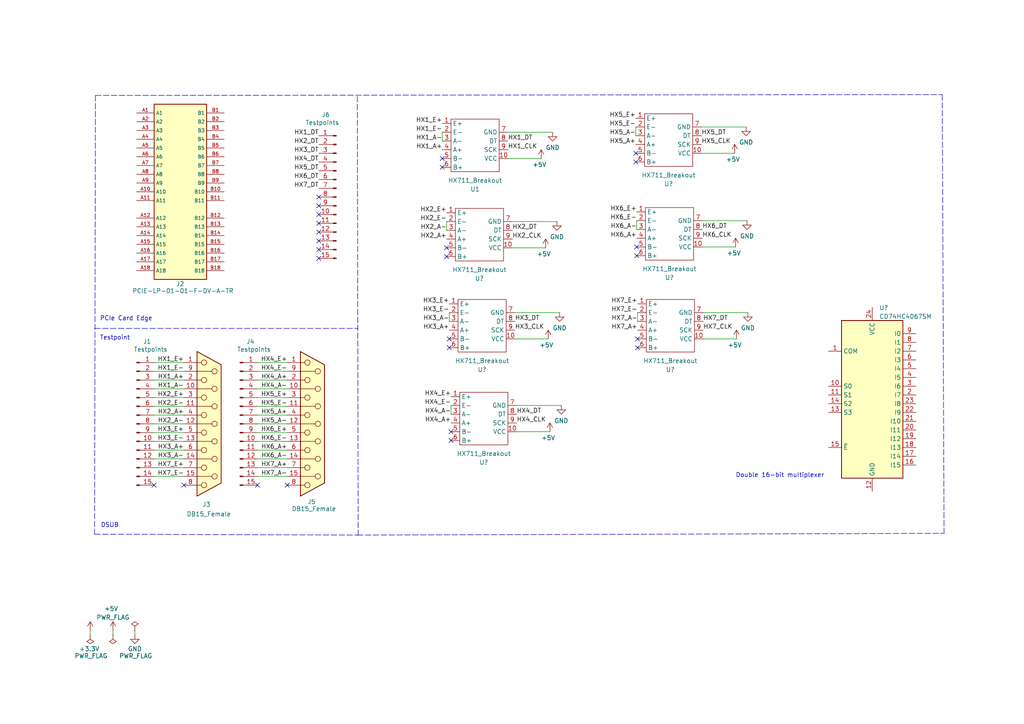
<source format=kicad_sch>
(kicad_sch (version 20211123) (generator eeschema)
  (paper "A4")
  (lib_symbols
    (symbol "74xx:CD74HC4067SM"
      (property "Reference" "U" (at -8.89 22.86 0))
      (property "Value" "CD74HC4067SM" (at 1.27 22.86 0))
      (symbol "CD74HC4067SM_0_1"
        (rectangle (start -8.89 21.59) (end 8.89 -24.13) (stroke (width 0.254)) (fill (type background)))
      )
      (symbol "CD74HC4067SM_1_1"
        (pin passive line (at -12.7 12.7 0) (length 3.81) (name "COM") (number "1"))
        (pin input line (at -12.7 2.54 0) (length 3.81) (name "S0") (number "10"))
        (pin input line (at -12.7 0 0) (length 3.81) (name "S1") (number "11"))
        (pin power_in line (at 0 -27.94 90) (length 3.81) (name "GND") (number "12"))
        (pin input line (at -12.7 -5.08 0) (length 3.81) (name "S3") (number "13"))
        (pin input line (at -12.7 -2.54 0) (length 3.81) (name "S2") (number "14"))
        (pin input line (at -12.7 -15.24 0) (length 3.81) (name "~{E}") (number "15"))
        (pin passive line (at 12.7 -20.32 180) (length 3.81) (name "I15") (number "16"))
        (pin passive line (at 12.7 -17.78 180) (length 3.81) (name "I14") (number "17"))
        (pin passive line (at 12.7 -15.24 180) (length 3.81) (name "I13") (number "18"))
        (pin passive line (at 12.7 -12.7 180) (length 3.81) (name "I12") (number "19"))
        (pin passive line (at 12.7 0 180) (length 3.81) (name "I7") (number "2"))
        (pin passive line (at 12.7 -10.16 180) (length 3.81) (name "I11") (number "20"))
        (pin passive line (at 12.7 -7.62 180) (length 3.81) (name "I10") (number "21"))
        (pin passive line (at 12.7 -5.08 180) (length 3.81) (name "I9") (number "22"))
        (pin passive line (at 12.7 -2.54 180) (length 3.81) (name "I8") (number "23"))
        (pin power_in line (at 0 25.4 270) (length 3.81) (name "VCC") (number "24"))
        (pin passive line (at 12.7 2.54 180) (length 3.81) (name "I6") (number "3"))
        (pin passive line (at 12.7 5.08 180) (length 3.81) (name "I5") (number "4"))
        (pin passive line (at 12.7 7.62 180) (length 3.81) (name "I4") (number "5"))
        (pin passive line (at 12.7 10.16 180) (length 3.81) (name "I3") (number "6"))
        (pin passive line (at 12.7 12.7 180) (length 3.81) (name "I2") (number "7"))
        (pin passive line (at 12.7 15.24 180) (length 3.81) (name "I1") (number "8"))
        (pin passive line (at 12.7 17.78 180) (length 3.81) (name "I0") (number "9"))
      )
    )
    (symbol "Connector:Conn_01x15_Male" (pin_names (offset 1.016) hide)
      (property "Reference" "J" (at 0 20.32 0))
      (property "Value" "Conn_01x15_Male" (at 0 -20.32 0))
      (symbol "Conn_01x15_Male_1_1"
        (polyline (pts (xy 1.27 -17.78) (xy 0.8636 -17.78)) (stroke (width 0.1524)))
        (polyline (pts (xy 1.27 -15.24) (xy 0.8636 -15.24)) (stroke (width 0.1524)))
        (polyline (pts (xy 1.27 -12.7) (xy 0.8636 -12.7)) (stroke (width 0.1524)))
        (polyline (pts (xy 1.27 -10.16) (xy 0.8636 -10.16)) (stroke (width 0.1524)))
        (polyline (pts (xy 1.27 -7.62) (xy 0.8636 -7.62)) (stroke (width 0.1524)))
        (polyline (pts (xy 1.27 -5.08) (xy 0.8636 -5.08)) (stroke (width 0.1524)))
        (polyline (pts (xy 1.27 -2.54) (xy 0.8636 -2.54)) (stroke (width 0.1524)))
        (polyline (pts (xy 1.27 0) (xy 0.8636 0)) (stroke (width 0.1524)))
        (polyline (pts (xy 1.27 2.54) (xy 0.8636 2.54)) (stroke (width 0.1524)))
        (polyline (pts (xy 1.27 5.08) (xy 0.8636 5.08)) (stroke (width 0.1524)))
        (polyline (pts (xy 1.27 7.62) (xy 0.8636 7.62)) (stroke (width 0.1524)))
        (polyline (pts (xy 1.27 10.16) (xy 0.8636 10.16)) (stroke (width 0.1524)))
        (polyline (pts (xy 1.27 12.7) (xy 0.8636 12.7)) (stroke (width 0.1524)))
        (polyline (pts (xy 1.27 15.24) (xy 0.8636 15.24)) (stroke (width 0.1524)))
        (polyline (pts (xy 1.27 17.78) (xy 0.8636 17.78)) (stroke (width 0.1524)))
        (rectangle (start 0.8636 -17.653) (end 0 -17.907) (stroke (width 0.1524)) (fill (type outline)))
        (rectangle (start 0.8636 -15.113) (end 0 -15.367) (stroke (width 0.1524)) (fill (type outline)))
        (rectangle (start 0.8636 -12.573) (end 0 -12.827) (stroke (width 0.1524)) (fill (type outline)))
        (rectangle (start 0.8636 -10.033) (end 0 -10.287) (stroke (width 0.1524)) (fill (type outline)))
        (rectangle (start 0.8636 -7.493) (end 0 -7.747) (stroke (width 0.1524)) (fill (type outline)))
        (rectangle (start 0.8636 -4.953) (end 0 -5.207) (stroke (width 0.1524)) (fill (type outline)))
        (rectangle (start 0.8636 -2.413) (end 0 -2.667) (stroke (width 0.1524)) (fill (type outline)))
        (rectangle (start 0.8636 0.127) (end 0 -0.127) (stroke (width 0.1524)) (fill (type outline)))
        (rectangle (start 0.8636 2.667) (end 0 2.413) (stroke (width 0.1524)) (fill (type outline)))
        (rectangle (start 0.8636 5.207) (end 0 4.953) (stroke (width 0.1524)) (fill (type outline)))
        (rectangle (start 0.8636 7.747) (end 0 7.493) (stroke (width 0.1524)) (fill (type outline)))
        (rectangle (start 0.8636 10.287) (end 0 10.033) (stroke (width 0.1524)) (fill (type outline)))
        (rectangle (start 0.8636 12.827) (end 0 12.573) (stroke (width 0.1524)) (fill (type outline)))
        (rectangle (start 0.8636 15.367) (end 0 15.113) (stroke (width 0.1524)) (fill (type outline)))
        (rectangle (start 0.8636 17.907) (end 0 17.653) (stroke (width 0.1524)) (fill (type outline)))
        (pin passive line (at 5.08 17.78 180) (length 3.81) (name "Pin_1") (number "1"))
        (pin passive line (at 5.08 -5.08 180) (length 3.81) (name "Pin_10") (number "10"))
        (pin passive line (at 5.08 -7.62 180) (length 3.81) (name "Pin_11") (number "11"))
        (pin passive line (at 5.08 -10.16 180) (length 3.81) (name "Pin_12") (number "12"))
        (pin passive line (at 5.08 -12.7 180) (length 3.81) (name "Pin_13") (number "13"))
        (pin passive line (at 5.08 -15.24 180) (length 3.81) (name "Pin_14") (number "14"))
        (pin passive line (at 5.08 -17.78 180) (length 3.81) (name "Pin_15") (number "15"))
        (pin passive line (at 5.08 15.24 180) (length 3.81) (name "Pin_2") (number "2"))
        (pin passive line (at 5.08 12.7 180) (length 3.81) (name "Pin_3") (number "3"))
        (pin passive line (at 5.08 10.16 180) (length 3.81) (name "Pin_4") (number "4"))
        (pin passive line (at 5.08 7.62 180) (length 3.81) (name "Pin_5") (number "5"))
        (pin passive line (at 5.08 5.08 180) (length 3.81) (name "Pin_6") (number "6"))
        (pin passive line (at 5.08 2.54 180) (length 3.81) (name "Pin_7") (number "7"))
        (pin passive line (at 5.08 0 180) (length 3.81) (name "Pin_8") (number "8"))
        (pin passive line (at 5.08 -2.54 180) (length 3.81) (name "Pin_9") (number "9"))
      )
    )
    (symbol "Connector:DB15_Female" (pin_names (offset 1.016) hide)
      (property "Reference" "J" (at 0.508 21.59 0))
      (property "Value" "DB15_Female" (at 0 -22.225 0))
      (symbol "DB15_Female_0_1"
        (circle (center -1.778 -17.78) (radius 0.762))
        (circle (center -1.778 -12.7) (radius 0.762))
        (circle (center -1.778 -7.62) (radius 0.762))
        (circle (center -1.778 -2.54) (radius 0.762))
        (circle (center -1.778 2.54) (radius 0.762))
        (circle (center -1.778 7.62) (radius 0.762))
        (circle (center -1.778 12.7) (radius 0.762))
        (circle (center -1.778 17.78) (radius 0.762))
        (polyline (pts (xy -3.81 -17.78) (xy -2.54 -17.78)))
        (polyline (pts (xy -3.81 -15.24) (xy 0.508 -15.24)))
        (polyline (pts (xy -3.81 -12.7) (xy -2.54 -12.7)))
        (polyline (pts (xy -3.81 -10.16) (xy 0.508 -10.16)))
        (polyline (pts (xy -3.81 -7.62) (xy -2.54 -7.62)))
        (polyline (pts (xy -3.81 -5.08) (xy 0.508 -5.08)))
        (polyline (pts (xy -3.81 -2.54) (xy -2.54 -2.54)))
        (polyline (pts (xy -3.81 0) (xy 0.508 0)))
        (polyline (pts (xy -3.81 2.54) (xy -2.54 2.54)))
        (polyline (pts (xy -3.81 5.08) (xy 0.508 5.08)))
        (polyline (pts (xy -3.81 7.62) (xy -2.54 7.62)))
        (polyline (pts (xy -3.81 10.16) (xy 0.508 10.16)))
        (polyline (pts (xy -3.81 12.7) (xy -2.54 12.7)))
        (polyline (pts (xy -3.81 15.24) (xy 0.508 15.24)))
        (polyline (pts (xy -3.81 17.78) (xy -2.54 17.78)))
        (polyline (pts (xy -3.81 20.955) (xy 3.175 17.145) (xy 3.175 -17.145) (xy -3.81 -20.955) (xy -3.81 20.955)) (stroke (width 0.254)) (fill (type background)))
        (circle (center 1.27 -15.24) (radius 0.762))
        (circle (center 1.27 -10.16) (radius 0.762))
        (circle (center 1.27 -5.08) (radius 0.762))
        (circle (center 1.27 0) (radius 0.762))
        (circle (center 1.27 5.08) (radius 0.762))
        (circle (center 1.27 10.16) (radius 0.762))
        (circle (center 1.27 15.24) (radius 0.762))
      )
      (symbol "DB15_Female_1_1"
        (pin passive line (at -7.62 17.78 0) (length 3.81) (name "1") (number "1"))
        (pin passive line (at -7.62 10.16 0) (length 3.81) (name "P10") (number "10"))
        (pin passive line (at -7.62 5.08 0) (length 3.81) (name "P111") (number "11"))
        (pin passive line (at -7.62 0 0) (length 3.81) (name "P12") (number "12"))
        (pin passive line (at -7.62 -5.08 0) (length 3.81) (name "P13") (number "13"))
        (pin passive line (at -7.62 -10.16 0) (length 3.81) (name "P14") (number "14"))
        (pin passive line (at -7.62 -15.24 0) (length 3.81) (name "P15") (number "15"))
        (pin passive line (at -7.62 12.7 0) (length 3.81) (name "2") (number "2"))
        (pin passive line (at -7.62 7.62 0) (length 3.81) (name "3") (number "3"))
        (pin passive line (at -7.62 2.54 0) (length 3.81) (name "4") (number "4"))
        (pin passive line (at -7.62 -2.54 0) (length 3.81) (name "5") (number "5"))
        (pin passive line (at -7.62 -7.62 0) (length 3.81) (name "6") (number "6"))
        (pin passive line (at -7.62 -12.7 0) (length 3.81) (name "7") (number "7"))
        (pin passive line (at -7.62 -17.78 0) (length 3.81) (name "8") (number "8"))
        (pin passive line (at -7.62 15.24 0) (length 3.81) (name "P9") (number "9"))
      )
    )
    (symbol "HX711_Breakout_3"
      (property "Reference" "U" (at -1.27 -5.08 0))
      (property "Value" "HX711_Breakout_3" (at -1.27 -7.62 0))
      (symbol "HX711_Breakout_3_0_1"
        (rectangle (start -8.89 11.43) (end 5.08 -3.81))
      )
      (symbol "HX711_Breakout_3_1_1"
        (pin output line (at -11.43 10.16 0) (length 2.54) (name "E+") (number "1"))
        (pin power_in line (at 7.62 0 180) (length 2.54) (name "VCC") (number "10"))
        (pin output line (at -11.43 7.62 0) (length 2.54) (name "E-") (number "2"))
        (pin input line (at -11.43 5.08 0) (length 2.54) (name "A-") (number "3"))
        (pin input line (at -11.43 2.54 0) (length 2.54) (name "A+") (number "4"))
        (pin output line (at -11.43 0 0) (length 2.54) (name "B-") (number "5"))
        (pin output line (at -11.43 -2.54 0) (length 2.54) (name "B+") (number "6"))
        (pin power_in line (at 7.62 7.62 180) (length 2.54) (name "GND") (number "7"))
        (pin input line (at 7.62 5.08 180) (length 2.54) (name "DT") (number "8"))
        (pin input line (at 7.62 2.54 180) (length 2.54) (name "SCK") (number "9"))
      )
    )
    (symbol "PCIE_Card_Edge:PCIE-LP-01-01-F-DV-A-TR_(card_edge)"
      (property "Reference" "J" (at 0 0 0))
      (property "Value" "PCIE-LP-01-01-F-DV-A-TR_(card_edge)" (at 0 0 0))
      (symbol "PCIE-LP-01-01-F-DV-A-TR_(card_edge)_0_0"
        (rectangle (start -6.35 3.81) (end 8.89 54.61) (stroke (width 0.254)) (fill (type background)))
        (pin passive line (at -11.43 52.07 0) (length 5.08) (name "A1") (number "A1"))
        (pin passive line (at -11.43 29.21 0) (length 5.08) (name "A10") (number "A10"))
        (pin passive line (at -11.43 26.67 0) (length 5.08) (name "A11") (number "A11"))
        (pin passive line (at -11.43 21.59 0) (length 5.08) (name "A12") (number "A12"))
        (pin passive line (at -11.43 19.05 0) (length 5.08) (name "A13") (number "A13"))
        (pin passive line (at -11.43 16.51 0) (length 5.08) (name "A14") (number "A14"))
        (pin passive line (at -11.43 13.97 0) (length 5.08) (name "A15") (number "A15"))
        (pin passive line (at -11.43 11.43 0) (length 5.08) (name "A16") (number "A16"))
        (pin passive line (at -11.43 8.89 0) (length 5.08) (name "A17") (number "A17"))
        (pin passive line (at -11.43 6.35 0) (length 5.08) (name "A18") (number "A18"))
        (pin passive line (at -11.43 49.53 0) (length 5.08) (name "A2") (number "A2"))
        (pin passive line (at -11.43 46.99 0) (length 5.08) (name "A3") (number "A3"))
        (pin passive line (at -11.43 44.45 0) (length 5.08) (name "A4") (number "A4"))
        (pin passive line (at -11.43 41.91 0) (length 5.08) (name "A5") (number "A5"))
        (pin passive line (at -11.43 39.37 0) (length 5.08) (name "A6") (number "A6"))
        (pin passive line (at -11.43 36.83 0) (length 5.08) (name "A7") (number "A7"))
        (pin passive line (at -11.43 34.29 0) (length 5.08) (name "A8") (number "A8"))
        (pin passive line (at -11.43 31.75 0) (length 5.08) (name "A9") (number "A9"))
        (pin passive line (at 13.97 52.07 180) (length 5.08) (name "B1") (number "B1"))
        (pin passive line (at 13.97 29.21 180) (length 5.08) (name "B10") (number "B10"))
        (pin passive line (at 13.97 26.67 180) (length 5.08) (name "B11") (number "B11"))
        (pin passive line (at 13.97 21.59 180) (length 5.08) (name "B12") (number "B12"))
        (pin passive line (at 13.97 19.05 180) (length 5.08) (name "B13") (number "B13"))
        (pin passive line (at 13.97 16.51 180) (length 5.08) (name "B14") (number "B14"))
        (pin passive line (at 13.97 13.97 180) (length 5.08) (name "B15") (number "B15"))
        (pin passive line (at 13.97 11.43 180) (length 5.08) (name "B16") (number "B16"))
        (pin passive line (at 13.97 8.89 180) (length 5.08) (name "B17") (number "B17"))
        (pin passive line (at 13.97 6.35 180) (length 5.08) (name "B18") (number "B18"))
        (pin passive line (at 13.97 49.53 180) (length 5.08) (name "B2") (number "B2"))
        (pin passive line (at 13.97 46.99 180) (length 5.08) (name "B3") (number "B3"))
        (pin passive line (at 13.97 44.45 180) (length 5.08) (name "B4") (number "B4"))
        (pin passive line (at 13.97 41.91 180) (length 5.08) (name "B5") (number "B5"))
        (pin passive line (at 13.97 39.37 180) (length 5.08) (name "B6") (number "B6"))
        (pin passive line (at 13.97 36.83 180) (length 5.08) (name "B7") (number "B7"))
        (pin passive line (at 13.97 34.29 180) (length 5.08) (name "B8") (number "B8"))
        (pin passive line (at 13.97 31.75 180) (length 5.08) (name "B9") (number "B9"))
      )
    )
    (symbol "power:+3.3V" (power) (pin_names (offset 0))
      (property "Value" "+3.3V" (at 0 3.556 0))
      (symbol "+3.3V_0_1"
        (polyline (pts (xy -0.762 1.27) (xy 0 2.54)))
        (polyline (pts (xy 0 0) (xy 0 2.54)))
        (polyline (pts (xy 0 2.54) (xy 0.762 1.27)))
      )
      (symbol "+3.3V_1_1"
        (pin power_in line (at 0 0 90) (length 0) hide (name "+3.3V") (number "1"))
      )
    )
    (symbol "power:+5V" (power) (pin_names (offset 0))
      (property "Value" "+5V" (at 0 3.556 0))
      (symbol "+5V_0_1"
        (polyline (pts (xy -0.762 1.27) (xy 0 2.54)))
        (polyline (pts (xy 0 0) (xy 0 2.54)))
        (polyline (pts (xy 0 2.54) (xy 0.762 1.27)))
      )
      (symbol "+5V_1_1"
        (pin power_in line (at 0 0 90) (length 0) hide (name "+5V") (number "1"))
      )
    )
    (symbol "power:GND" (power) (pin_names (offset 0))
      (property "Value" "GND" (at 0 -3.81 0))
      (symbol "GND_0_1"
        (polyline (pts (xy 0 0) (xy 0 -1.27) (xy 1.27 -1.27) (xy 0 -2.54) (xy -1.27 -1.27) (xy 0 -1.27)))
      )
      (symbol "GND_1_1"
        (pin power_in line (at 0 0 270) (length 0) hide (name "GND") (number "1"))
      )
    )
    (symbol "power:PWR_FLAG" (power) (pin_numbers hide) (pin_names (offset 0) hide)
      (property "Value" "PWR_FLAG" (at 0 3.81 0))
      (symbol "PWR_FLAG_0_0"
        (pin power_out line (at 0 0 90) (length 0) (name "pwr") (number "1"))
      )
      (symbol "PWR_FLAG_0_1"
        (polyline (pts (xy 0 0) (xy 0 1.27) (xy -1.016 1.905) (xy 0 2.54) (xy 1.016 1.905) (xy 0 1.27)))
      )
    )
  )
  (no_connect (at 184.658 71.628))
  (no_connect (at 130.81 127.762))
  (no_connect (at 184.404 46.99))
  (no_connect (at 92.456 72.39))
  (no_connect (at 92.456 67.31))
  (no_connect (at 130.302 100.838))
  (no_connect (at 128.27 48.514))
  (no_connect (at 74.676 140.716))
  (no_connect (at 130.302 98.298))
  (no_connect (at 44.704 140.716))
  (no_connect (at 184.912 98.298))
  (no_connect (at 184.404 44.45))
  (no_connect (at 92.456 62.23))
  (no_connect (at 129.54 74.422))
  (no_connect (at 130.81 125.222))
  (no_connect (at 92.456 57.15))
  (no_connect (at 92.456 59.69))
  (no_connect (at 184.658 74.168))
  (no_connect (at 83.312 140.716))
  (no_connect (at 92.456 69.85))
  (no_connect (at 184.912 100.838))
  (no_connect (at 92.456 64.77))
  (no_connect (at 53.34 140.716))
  (no_connect (at 129.54 71.882))
  (no_connect (at 92.456 74.93))
  (no_connect (at 128.27 45.974))
  (wire (pts (xy 74.676 125.476) (xy 83.312 125.476)))
  (wire (pts (xy 74.676 107.696) (xy 83.312 107.696)))
  (wire (pts (xy 149.86 125.222) (xy 159.512 125.222)))
  (wire (pts (xy 74.676 135.636) (xy 83.312 135.636)))
  (wire (pts (xy 130.81 117.602) (xy 130.81 120.142)))
  (wire (pts (xy 129.54 64.262) (xy 129.54 66.802)))
  (polyline (pts (xy 27.432 154.94) (xy 103.886 155.194)))
  (wire (pts (xy 74.676 120.396) (xy 83.312 120.396)))
  (wire (pts (xy 44.704 120.396) (xy 53.34 120.396)))
  (wire (pts (xy 74.676 105.156) (xy 83.312 105.156)))
  (wire (pts (xy 74.676 122.936) (xy 83.312 122.936)))
  (wire (pts (xy 74.676 130.556) (xy 83.312 130.556)))
  (wire (pts (xy 147.32 38.354) (xy 160.274 38.354)))
  (wire (pts (xy 203.962 90.678) (xy 216.916 90.678)))
  (wire (pts (xy 32.766 184.15) (xy 32.766 182.88)))
  (wire (pts (xy 74.676 110.236) (xy 83.312 110.236)))
  (wire (pts (xy 44.704 105.156) (xy 53.34 105.156)))
  (wire (pts (xy 203.708 64.008) (xy 216.662 64.008)))
  (wire (pts (xy 203.454 36.83) (xy 216.408 36.83)))
  (wire (pts (xy 203.708 71.628) (xy 213.36 71.628)))
  (wire (pts (xy 184.404 36.83) (xy 184.404 39.37)))
  (wire (pts (xy 148.59 64.262) (xy 161.544 64.262)))
  (wire (pts (xy 44.704 117.856) (xy 53.34 117.856)))
  (wire (pts (xy 149.352 90.678) (xy 162.306 90.678)))
  (wire (pts (xy 149.352 98.298) (xy 159.004 98.298)))
  (wire (pts (xy 74.676 112.776) (xy 83.312 112.776)))
  (wire (pts (xy 39.116 182.88) (xy 39.116 184.15)))
  (wire (pts (xy 44.704 125.476) (xy 53.34 125.476)))
  (polyline (pts (xy 103.632 27.94) (xy 103.886 155.194)))
  (wire (pts (xy 130.302 90.678) (xy 130.302 93.218)))
  (wire (pts (xy 128.27 38.354) (xy 128.27 40.894)))
  (wire (pts (xy 44.704 135.636) (xy 53.34 135.636)))
  (polyline (pts (xy 27.686 27.686) (xy 27.432 154.94)))
  (wire (pts (xy 44.704 112.776) (xy 53.34 112.776)))
  (wire (pts (xy 203.454 44.45) (xy 213.106 44.45)))
  (wire (pts (xy 44.704 133.096) (xy 53.34 133.096)))
  (wire (pts (xy 149.86 117.602) (xy 162.814 117.602)))
  (wire (pts (xy 74.676 115.316) (xy 83.312 115.316)))
  (wire (pts (xy 184.658 64.008) (xy 184.658 66.548)))
  (polyline (pts (xy 273.304 27.432) (xy 273.812 154.94)))
  (wire (pts (xy 44.704 110.236) (xy 53.34 110.236)))
  (wire (pts (xy 74.676 138.176) (xy 83.312 138.176)))
  (wire (pts (xy 147.32 45.974) (xy 156.972 45.974)))
  (wire (pts (xy 44.704 122.936) (xy 53.34 122.936)))
  (wire (pts (xy 44.704 130.556) (xy 53.34 130.556)))
  (polyline (pts (xy 27.686 27.686) (xy 273.304 27.432)))
  (wire (pts (xy 74.676 117.856) (xy 83.312 117.856)))
  (wire (pts (xy 74.676 133.096) (xy 83.312 133.096)))
  (wire (pts (xy 26.162 184.15) (xy 26.162 182.88)))
  (wire (pts (xy 44.704 128.016) (xy 53.34 128.016)))
  (polyline (pts (xy 27.432 95.25) (xy 103.886 95.25)))
  (wire (pts (xy 44.704 107.696) (xy 53.34 107.696)))
  (wire (pts (xy 44.704 138.176) (xy 53.34 138.176)))
  (polyline (pts (xy 103.632 155.194) (xy 273.558 154.686)))
  (wire (pts (xy 74.676 128.016) (xy 83.312 128.016)))
  (wire (pts (xy 44.704 115.316) (xy 53.34 115.316)))
  (wire (pts (xy 203.962 98.298) (xy 213.614 98.298)))
  (wire (pts (xy 184.912 90.678) (xy 184.912 93.218)))
  (wire (pts (xy 148.59 71.882) (xy 158.242 71.882)))
  (text "DSUB" (at 29.21 153.162 0) (effects (font (size 1.27 1.27)) (justify left bottom)))
  (text "Double 16-bit multiplexer" (at 213.36 138.684 0) (effects (font (size 1.27 1.27)) (justify left bottom)))
  (text "Testpoint" (at 28.956 98.806 0) (effects (font (size 1.27 1.27)) (justify left bottom)))
  (text "PCIe Card Edge" (at 28.956 93.218 0) (effects (font (size 1.27 1.27)) (justify left bottom)))
  (label "HX2_DT" (at 148.59 66.802 0))
  (label "HX2_CLK" (at 148.59 69.342 0))
  (label "HX1_E-" (at 53.34 107.696 180))
  (label "HX5_A-" (at 184.404 39.37 180))
  (label "HX5_DT" (at 92.456 49.53 180))
  (label "HX6_CLK" (at 203.708 69.088 0))
  (label "HX1_A+" (at 128.27 43.434 180))
  (label "HX5_E+" (at 83.312 115.316 180))
  (label "HX5_A+" (at 83.312 120.396 180))
  (label "HX7_E-" (at 53.34 138.176 180))
  (label "HX3_E-" (at 53.34 128.016 180))
  (label "HX6_DT" (at 203.708 66.548 0))
  (label "HX6_E-" (at 184.658 64.008 180))
  (label "HX2_E-" (at 129.54 64.262 180))
  (label "HX4_DT" (at 149.86 120.142 0))
  (label "HX1_CLK" (at 147.32 43.434 0))
  (label "HX3_A-" (at 130.302 93.218 180))
  (label "HX4_DT" (at 92.456 46.99 180))
  (label "HX2_E-" (at 53.34 117.856 180))
  (label "HX6_A-" (at 184.658 66.548 180))
  (label "HX3_DT" (at 149.352 93.218 0))
  (label "HX5_CLK" (at 203.454 41.91 0))
  (label "HX1_A+" (at 53.34 110.236 180))
  (label "HX4_A-" (at 83.312 112.776 180))
  (label "HX3_E-" (at 130.302 90.678 180))
  (label "HX7_DT" (at 92.456 54.61 180))
  (label "HX7_E+" (at 184.912 88.138 180))
  (label "HX7_A-" (at 184.912 93.218 180))
  (label "HX6_E+" (at 184.658 61.468 180))
  (label "HX2_A-" (at 129.54 66.802 180))
  (label "HX3_A+" (at 53.34 130.556 180))
  (label "HX3_CLK" (at 149.352 95.758 0))
  (label "HX6_A-" (at 83.312 133.096 180))
  (label "HX6_E-" (at 83.312 128.016 180))
  (label "HX2_DT" (at 92.456 41.91 180))
  (label "HX5_E-" (at 184.404 36.83 180))
  (label "HX1_E-" (at 128.27 38.354 180))
  (label "HX5_A-" (at 83.312 122.936 180))
  (label "HX1_E+" (at 53.34 105.156 180))
  (label "HX2_A+" (at 129.54 69.342 180))
  (label "HX4_E+" (at 130.81 115.062 180))
  (label "HX7_CLK" (at 203.962 95.758 0))
  (label "HX5_E+" (at 184.404 34.29 180))
  (label "HX5_A+" (at 184.404 41.91 180))
  (label "HX3_E+" (at 130.302 88.138 180))
  (label "HX6_E+" (at 83.312 125.476 180))
  (label "HX4_A+" (at 83.312 110.236 180))
  (label "HX1_A-" (at 53.34 112.776 180))
  (label "HX2_E+" (at 129.54 61.722 180))
  (label "HX6_DT" (at 92.456 52.07 180))
  (label "HX7_A+" (at 83.312 135.636 180))
  (label "HX4_E-" (at 83.312 107.696 180))
  (label "HX1_DT" (at 92.456 39.37 180))
  (label "HX5_E-" (at 83.312 117.856 180))
  (label "HX7_A+" (at 184.912 95.758 180))
  (label "HX4_E+" (at 83.312 105.156 180))
  (label "HX7_E+" (at 53.34 135.636 180))
  (label "HX7_DT" (at 203.962 93.218 0))
  (label "HX1_DT" (at 147.32 40.894 0))
  (label "HX1_A-" (at 128.27 40.894 180))
  (label "HX4_A-" (at 130.81 120.142 180))
  (label "HX7_A-" (at 83.312 138.176 180))
  (label "HX2_E+" (at 53.34 115.316 180))
  (label "HX4_A+" (at 130.81 122.682 180))
  (label "HX3_A-" (at 53.34 133.096 180))
  (label "HX3_DT" (at 92.456 44.45 180))
  (label "HX1_E+" (at 128.27 35.814 180))
  (label "HX7_E-" (at 184.912 90.678 180))
  (label "HX6_A+" (at 83.312 130.556 180))
  (label "HX2_A+" (at 53.34 120.396 180))
  (label "HX6_A+" (at 184.658 69.088 180))
  (label "HX3_A+" (at 130.302 95.758 180))
  (label "HX4_E-" (at 130.81 117.602 180))
  (label "HX2_A-" (at 53.34 122.936 180))
  (label "HX4_CLK" (at 149.86 122.682 0))
  (label "HX3_E+" (at 53.34 125.476 180))
  (label "HX5_DT" (at 203.454 39.37 0))
  (symbol (lib_id "power:PWR_FLAG") (at 32.766 184.15 180) (unit 1)
    (property "Reference" "#FLG02" (effects hide))
    (property "Value" "PWR_FLAG" (at 32.766 179.07 0))
  )
  (symbol (lib_name "HX711_Breakout_3") (lib_id "ELLIE:HX711_Breakout") (at 196.088 71.628 0) (unit 1)
    (property "Reference" "U?" (at 194.183 80.518 0))
    (property "Value" "HX711_Breakout" (at 194.183 77.978 0))
    (property "Footprint" "Ellie:HX711_Breakout_Board" (effects hide))
  )
  (symbol (lib_id "Connector:Conn_01x15_Male") (at 69.596 122.936 0) (unit 1)
    (property "Reference" "J4" (at 72.644 99.06 0))
    (property "Value" "Testpoints" (at 73.66 101.346 0))
    (property "Footprint" "Connector_PinHeader_2.54mm:PinHeader_1x15_P2.54mm_Vertical" (effects hide))
  )
  (symbol (lib_id "power:GND") (at 39.116 184.15 0) (unit 1)
    (property "Reference" "#PWR05" (effects hide))
    (property "Value" "GND" (at 39.116 188.214 0))
  )
  (symbol (lib_id "power:+5V") (at 158.242 71.882 0) (unit 1)
    (property "Reference" "#PWR?" (effects hide))
    (property "Value" "+5V" (at 157.734 73.66 0))
  )
  (symbol (lib_id "power:+5V") (at 159.512 125.222 0) (unit 1)
    (property "Reference" "#PWR?" (effects hide))
    (property "Value" "+5V" (at 159.004 127 0))
  )
  (symbol (lib_name "HX711_Breakout_3") (lib_id "ELLIE:HX711_Breakout") (at 195.834 44.45 0) (unit 1)
    (property "Reference" "U?" (at 193.929 53.34 0))
    (property "Value" "HX711_Breakout" (at 193.929 50.8 0))
    (property "Footprint" "Ellie:HX711_Breakout_Board" (effects hide))
  )
  (symbol (lib_name "HX711_Breakout_3") (lib_id "ELLIE:HX711_Breakout") (at 140.97 71.882 0) (unit 1)
    (property "Reference" "U?" (at 139.065 80.772 0))
    (property "Value" "HX711_Breakout" (at 139.065 78.232 0))
    (property "Footprint" "Ellie:HX711_Breakout_Board" (effects hide))
  )
  (symbol (lib_id "power:+5V") (at 213.106 44.45 0) (unit 1)
    (property "Reference" "#PWR?" (effects hide))
    (property "Value" "+5V" (at 212.598 46.228 0))
  )
  (symbol (lib_id "74xx:CD74HC4067SM") (at 252.984 114.554 0) (unit 1)
    (property "Reference" "U?" (at 255.0034 89.2642 0) (effects (justify left)))
    (property "Value" "CD74HC4067SM" (at 255.0034 91.8011 0) (effects (justify left)))
    (property "Footprint" "Package_SO:SSOP-24_5.3x8.2mm_P0.65mm" (effects hide))
    (property "Datasheet" "http://www.ti.com/lit/ds/symlink/cd74hc4067.pdf" (effects hide))
  )
  (symbol (lib_id "Connector:Conn_01x15_Male") (at 39.624 122.936 0) (unit 1)
    (property "Reference" "J1" (at 42.672 99.06 0))
    (property "Value" "Testpoints" (at 43.688 101.346 0))
    (property "Footprint" "Connector_PinHeader_2.54mm:PinHeader_1x15_P2.54mm_Vertical" (effects hide))
  )
  (symbol (lib_id "power:GND") (at 160.274 38.354 0) (unit 1)
    (property "Reference" "#PWR014" (effects hide))
    (property "Value" "GND" (at 160.274 42.7974 0))
  )
  (symbol (lib_id "Connector:DB15_Female") (at 90.932 122.936 0) (unit 1)
    (property "Reference" "J5" (at 89.154 145.542 0) (effects (justify left)))
    (property "Value" "DB15_Female" (at 84.582 147.574 0) (effects (justify left)))
    (property "Footprint" "DSUB_622-015-260-042:DSUB_622-015-260-042" (effects hide))
    (property "Datasheet" " ~" (effects hide))
  )
  (symbol (lib_name "HX711_Breakout_3") (lib_id "ELLIE:HX711_Breakout") (at 139.7 45.974 0) (unit 1)
    (property "Reference" "U1" (at 137.795 54.864 0))
    (property "Value" "HX711_Breakout" (at 137.795 52.324 0))
    (property "Footprint" "Ellie:HX711_Breakout_Board" (effects hide))
  )
  (symbol (lib_id "Connector:Conn_01x15_Male") (at 97.536 57.15 0) (mirror y) (unit 1)
    (property "Reference" "J6" (at 94.488 33.274 0))
    (property "Value" "Testpoints" (at 93.472 35.56 0))
    (property "Footprint" "Connector_PinHeader_2.54mm:PinHeader_1x15_P2.54mm_Vertical" (effects hide))
  )
  (symbol (lib_id "power:GND") (at 161.544 64.262 0) (unit 1)
    (property "Reference" "#PWR?" (effects hide))
    (property "Value" "GND" (at 161.544 68.7054 0))
  )
  (symbol (lib_id "power:PWR_FLAG") (at 26.162 184.15 180) (unit 1)
    (property "Reference" "#FLG01" (effects hide))
    (property "Value" "PWR_FLAG" (at 26.416 190.246 0))
  )
  (symbol (lib_id "power:+5V") (at 213.36 71.628 0) (unit 1)
    (property "Reference" "#PWR?" (effects hide))
    (property "Value" "+5V" (at 212.852 73.406 0))
  )
  (symbol (lib_id "power:GND") (at 216.408 36.83 0) (unit 1)
    (property "Reference" "#PWR?" (effects hide))
    (property "Value" "GND" (at 216.408 41.2734 0))
  )
  (symbol (lib_id "power:GND") (at 162.306 90.678 0) (unit 1)
    (property "Reference" "#PWR?" (effects hide))
    (property "Value" "GND" (at 162.306 95.1214 0))
  )
  (symbol (lib_id "PCIE_Card_Edge:PCIE-LP-01-01-F-DV-A-TR_(card_edge)") (at 51.054 84.836 0) (unit 1)
    (property "Reference" "J2" (at 51.054 83.058 0) (effects (justify left bottom)))
    (property "Value" "PCIE-LP-01-01-F-DV-A-TR" (at 38.354 85.09 0) (effects (justify left bottom)))
    (property "Footprint" "PCIe_x1_card_edge:PCIe_x1_card_edge" (effects hide))
    (property "MAXIMUM_PACKAGE_HEIGHT" "8.13mm" (effects hide))
    (property "STANDARD" "Manufacturer Recommendations" (effects hide))
    (property "PARTREV" "B" (effects hide))
    (property "MANUFACTURER" "Samtec" (effects hide))
  )
  (symbol (lib_id "power:+5V") (at 159.004 98.298 0) (unit 1)
    (property "Reference" "#PWR?" (effects hide))
    (property "Value" "+5V" (at 158.496 100.076 0))
  )
  (symbol (lib_id "Connector:DB15_Female") (at 60.96 122.936 0) (unit 1)
    (property "Reference" "J3" (at 58.674 146.304 0) (effects (justify left)))
    (property "Value" "DB15_Female" (at 54.102 149.098 0) (effects (justify left)))
    (property "Footprint" "DSUB_622-015-260-042:DSUB_622-015-260-042" (effects hide))
    (property "Datasheet" " ~" (effects hide))
  )
  (symbol (lib_id "power:+5V") (at 213.614 98.298 0) (unit 1)
    (property "Reference" "#PWR?" (effects hide))
    (property "Value" "+5V" (at 213.106 100.076 0))
  )
  (symbol (lib_name "HX711_Breakout_3") (lib_id "ELLIE:HX711_Breakout") (at 196.342 98.298 0) (unit 1)
    (property "Reference" "U?" (at 194.437 107.188 0))
    (property "Value" "HX711_Breakout" (at 194.437 104.648 0))
    (property "Footprint" "Ellie:HX711_Breakout_Board" (effects hide))
  )
  (symbol (lib_id "power:+5V") (at 156.972 45.974 0) (unit 1)
    (property "Reference" "#PWR011" (effects hide))
    (property "Value" "+5V" (at 156.464 47.752 0))
  )
  (symbol (lib_id "power:GND") (at 216.916 90.678 0) (unit 1)
    (property "Reference" "#PWR?" (effects hide))
    (property "Value" "GND" (at 216.916 95.1214 0))
  )
  (symbol (lib_id "power:GND") (at 162.814 117.602 0) (unit 1)
    (property "Reference" "#PWR?" (effects hide))
    (property "Value" "GND" (at 162.814 122.0454 0))
  )
  (symbol (lib_id "power:PWR_FLAG") (at 39.116 182.88 0) (unit 1)
    (property "Reference" "#FLG03" (effects hide))
    (property "Value" "PWR_FLAG" (at 39.37 190.246 0))
  )
  (symbol (lib_id "power:+3.3V") (at 26.162 182.88 0) (unit 1)
    (property "Reference" "#PWR01" (effects hide))
    (property "Value" "+3.3V" (at 25.908 188.214 0))
  )
  (symbol (lib_name "HX711_Breakout_3") (lib_id "ELLIE:HX711_Breakout") (at 142.24 125.222 0) (unit 1)
    (property "Reference" "U?" (at 140.335 134.112 0))
    (property "Value" "HX711_Breakout" (at 140.335 131.572 0))
    (property "Footprint" "Ellie:HX711_Breakout_Board" (effects hide))
  )
  (symbol (lib_id "power:GND") (at 216.662 64.008 0) (unit 1)
    (property "Reference" "#PWR?" (effects hide))
    (property "Value" "GND" (at 216.662 68.4514 0))
  )
  (symbol (lib_id "power:+5V") (at 32.766 182.88 0) (unit 1)
    (property "Reference" "#PWR03" (effects hide))
    (property "Value" "+5V" (at 32.258 176.53 0))
  )
  (symbol (lib_name "HX711_Breakout_3") (lib_id "ELLIE:HX711_Breakout") (at 141.732 98.298 0) (unit 1)
    (property "Reference" "U?" (at 139.827 107.188 0))
    (property "Value" "HX711_Breakout" (at 139.827 104.648 0))
    (property "Footprint" "Ellie:HX711_Breakout_Board" (effects hide))
  )
)
</source>
